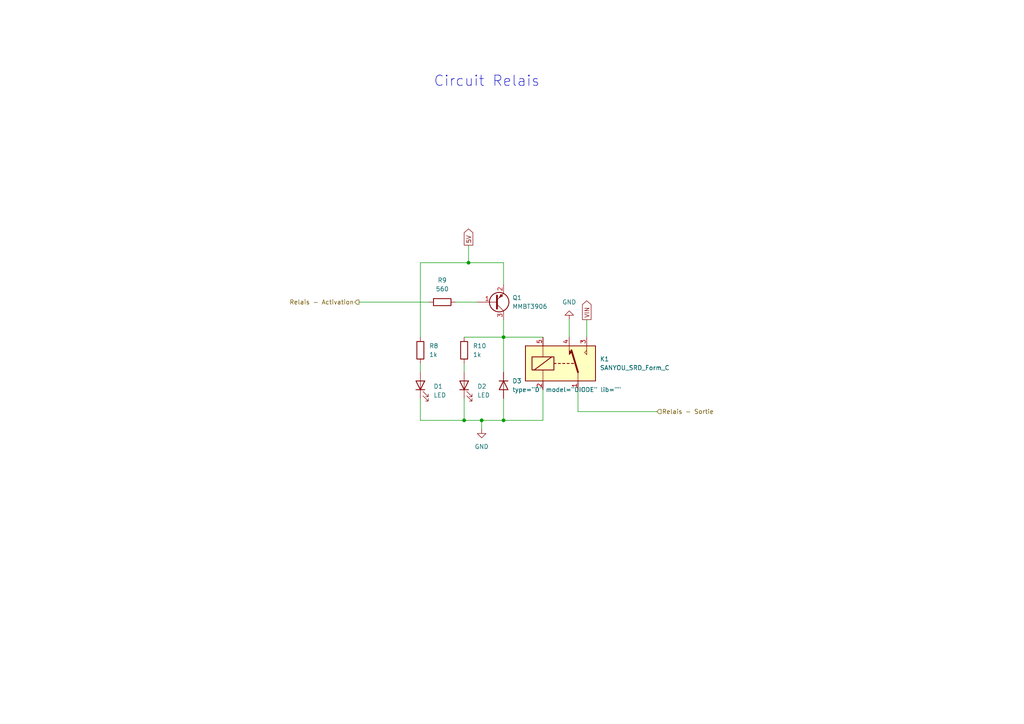
<source format=kicad_sch>
(kicad_sch (version 20211123) (generator eeschema)
  (paper "A4")
  (title_block (title "Circuit Relais") (date "2022-04-11") (rev "1.2") (company "ÉTS - PFE HIVER 2022 - ELE795") (comment 1 "NASRI, Mahan") (comment 2 "CASTILLO-GONSALEZ, Eric") (comment 3 "CAUBEL, Olivier") (comment 4 "LAFRAMBOISE, Alexis"))
  (lib_symbols
    (symbol "Device:LED" (pin_numbers hide) (pin_names (offset 1.016) hide)
      (property "Reference" "D" (at 0 2.54 0))
      (property "Value" "LED" (at 0 -2.54 0))
      (symbol "LED_0_1"
        (polyline (pts (xy -1.27 -1.27) (xy -1.27 1.27)) (stroke (width 0.254)))
        (polyline (pts (xy -1.27 0) (xy 1.27 0)))
        (polyline (pts (xy 1.27 -1.27) (xy 1.27 1.27) (xy -1.27 0) (xy 1.27 -1.27)) (stroke (width 0.254)))
        (polyline (pts (xy -3.048 -0.762) (xy -4.572 -2.286) (xy -3.81 -2.286) (xy -4.572 -2.286) (xy -4.572 -1.524)))
        (polyline (pts (xy -1.778 -0.762) (xy -3.302 -2.286) (xy -2.54 -2.286) (xy -3.302 -2.286) (xy -3.302 -1.524)))
      )
      (symbol "LED_1_1"
        (pin passive line (at -3.81 0 0) (length 2.54) (name "K") (number "1"))
        (pin passive line (at 3.81 0 180) (length 2.54) (name "A") (number "2"))
      )
    )
    (symbol "Device:R" (pin_numbers hide) (pin_names (offset 0))
      (property "Reference" "R" (at 2.032 0 90))
      (property "Value" "R" (at 0 0 90))
      (symbol "R_0_1"
        (rectangle (start -1.016 -2.54) (end 1.016 2.54) (stroke (width 0.254)))
      )
      (symbol "R_1_1"
        (pin passive line (at 0 3.81 270) (length 1.27) (name "~") (number "1"))
        (pin passive line (at 0 -3.81 90) (length 1.27) (name "~") (number "2"))
      )
    )
    (symbol "Relay:SANYOU_SRD_Form_C"
      (property "Reference" "K" (at 11.43 3.81 0))
      (property "Value" "SANYOU_SRD_Form_C" (at 11.43 1.27 0))
      (symbol "SANYOU_SRD_Form_C_0_0"
        (polyline (pts (xy 7.62 5.08) (xy 7.62 2.54) (xy 6.985 3.175) (xy 7.62 3.81)))
      )
      (symbol "SANYOU_SRD_Form_C_0_1"
        (rectangle (start -10.16 5.08) (end 10.16 -5.08) (stroke (width 0.254)) (fill (type background)))
        (rectangle (start -8.255 1.905) (end -1.905 -1.905) (stroke (width 0.254)))
        (polyline (pts (xy -7.62 -1.905) (xy -2.54 1.905)) (stroke (width 0.254)))
        (polyline (pts (xy -5.08 -5.08) (xy -5.08 -1.905)))
        (polyline (pts (xy -5.08 5.08) (xy -5.08 1.905)))
        (polyline (pts (xy -1.905 0) (xy -1.27 0)) (stroke (width 0.254)))
        (polyline (pts (xy -0.635 0) (xy 0 0)) (stroke (width 0.254)))
        (polyline (pts (xy 0.635 0) (xy 1.27 0)) (stroke (width 0.254)))
        (polyline (pts (xy 1.905 0) (xy 2.54 0)) (stroke (width 0.254)))
        (polyline (pts (xy 3.175 0) (xy 3.81 0)) (stroke (width 0.254)))
        (polyline (pts (xy 5.08 -2.54) (xy 3.175 3.81)) (stroke (width 0.508)))
        (polyline (pts (xy 5.08 -2.54) (xy 5.08 -5.08)))
      )
      (symbol "SANYOU_SRD_Form_C_1_1"
        (polyline (pts (xy 2.54 3.81) (xy 3.175 3.175) (xy 2.54 2.54) (xy 2.54 5.08)) (fill (type outline)))
        (pin passive line (at 5.08 -7.62 90) (length 2.54) (name "~") (number "1"))
        (pin passive line (at -5.08 -7.62 90) (length 2.54) (name "~") (number "2"))
        (pin passive line (at 7.62 7.62 270) (length 2.54) (name "~") (number "3"))
        (pin passive line (at 2.54 7.62 270) (length 2.54) (name "~") (number "4"))
        (pin passive line (at -5.08 7.62 270) (length 2.54) (name "~") (number "5"))
      )
    )
    (symbol "Simulation_SPICE:DIODE" (pin_numbers hide) (pin_names (offset 1.016) hide)
      (property "Reference" "D" (at 0 2.54 0))
      (property "Value" "DIODE" (at 0 -2.54 0))
      (symbol "DIODE_0_1"
        (polyline (pts (xy 1.27 0) (xy -1.27 0)))
        (polyline (pts (xy 1.27 1.27) (xy 1.27 -1.27)) (stroke (width 0.254)))
        (polyline (pts (xy -1.27 -1.27) (xy -1.27 1.27) (xy 1.27 0) (xy -1.27 -1.27)) (stroke (width 0.254)))
      )
      (symbol "DIODE_1_1"
        (pin passive line (at -3.81 0 0) (length 2.54) (name "A") (number "1"))
        (pin passive line (at 3.81 0 180) (length 2.54) (name "K") (number "2"))
      )
    )
    (symbol "Transistor_BJT:MMBT3906" (pin_names (offset 0) hide)
      (property "Reference" "Q" (at 5.08 1.905 0))
      (property "Value" "MMBT3906" (at 5.08 0 0))
      (symbol "MMBT3906_0_1"
        (polyline (pts (xy 0.635 0.635) (xy 2.54 2.54)))
        (polyline (pts (xy 0.635 -0.635) (xy 2.54 -2.54) (xy 2.54 -2.54)))
        (polyline (pts (xy 0.635 1.905) (xy 0.635 -1.905) (xy 0.635 -1.905)) (stroke (width 0.508)))
        (polyline (pts (xy 2.286 -1.778) (xy 1.778 -2.286) (xy 1.27 -1.27) (xy 2.286 -1.778) (xy 2.286 -1.778)) (fill (type outline)))
        (circle (center 1.27 0) (radius 2.8194) (stroke (width 0.254)))
      )
      (symbol "MMBT3906_1_1"
        (pin input line (at -5.08 0 0) (length 5.715) (name "B") (number "1"))
        (pin passive line (at 2.54 -5.08 90) (length 2.54) (name "E") (number "2"))
        (pin passive line (at 2.54 5.08 270) (length 2.54) (name "C") (number "3"))
      )
    )
    (symbol "power:GND" (power) (pin_names (offset 0))
      (property "Value" "GND" (at 0 -3.81 0))
      (symbol "GND_0_1"
        (polyline (pts (xy 0 0) (xy 0 -1.27) (xy 1.27 -1.27) (xy 0 -2.54) (xy -1.27 -1.27) (xy 0 -1.27)))
      )
      (symbol "GND_1_1"
        (pin power_in line (at 0 0 270) (length 0) hide (name "GND") (number "1"))
      )
    )
  )
  (junction (at 139.7 121.92))
  (junction (at 134.62 121.92))
  (junction (at 146.05 97.79))
  (junction (at 135.89 76.2))
  (junction (at 146.05 121.92))
  (wire (pts (xy 135.89 76.2) (xy 121.92 76.2)))
  (wire (pts (xy 134.62 121.92) (xy 121.92 121.92)))
  (wire (pts (xy 139.7 121.92) (xy 139.7 124.46)))
  (wire (pts (xy 134.62 121.92) (xy 139.7 121.92)))
  (wire (pts (xy 146.05 121.92) (xy 157.48 121.92)))
  (wire (pts (xy 167.64 119.38) (xy 190.5 119.38)))
  (wire (pts (xy 170.18 97.79) (xy 170.18 92.71)))
  (wire (pts (xy 139.7 121.92) (xy 146.05 121.92)))
  (wire (pts (xy 157.48 113.03) (xy 157.48 121.92)))
  (wire (pts (xy 134.62 97.79) (xy 146.05 97.79)))
  (wire (pts (xy 157.48 97.79) (xy 146.05 97.79)))
  (wire (pts (xy 134.62 115.57) (xy 134.62 121.92)))
  (wire (pts (xy 146.05 82.55) (xy 146.05 76.2)))
  (wire (pts (xy 146.05 76.2) (xy 135.89 76.2)))
  (wire (pts (xy 132.08 87.63) (xy 138.43 87.63)))
  (wire (pts (xy 121.92 105.41) (xy 121.92 107.95)))
  (wire (pts (xy 146.05 97.79) (xy 146.05 107.95)))
  (wire (pts (xy 134.62 105.41) (xy 134.62 107.95)))
  (wire (pts (xy 121.92 76.2) (xy 121.92 97.79)))
  (wire (pts (xy 135.89 71.12) (xy 135.89 76.2)))
  (wire (pts (xy 146.05 97.79) (xy 146.05 92.71)))
  (wire (pts (xy 167.64 113.03) (xy 167.64 119.38)))
  (wire (pts (xy 165.1 92.71) (xy 165.1 97.79)))
  (wire (pts (xy 104.14 87.63) (xy 124.46 87.63)))
  (wire (pts (xy 146.05 115.57) (xy 146.05 121.92)))
  (wire (pts (xy 121.92 115.57) (xy 121.92 121.92)))
  (text "Circuit Relais" (at 125.73 25.4 0) (effects (font (size 3 3)) (justify left bottom)))
  (global_label "VIN" (shape output) (at 170.18 92.71 90) (property "Intersheet References" "${INTERSHEET_REFS}" (effects hide)))
  (global_label "5V" (shape output) (at 135.89 71.12 90) (property "Intersheet References" "${INTERSHEET_REFS}" (effects hide)))
  (hierarchical_label "Relais - Sortie" (shape input) (at 190.5 119.38 0))
  (hierarchical_label "Relais - Activation" (shape output) (at 104.14 87.63 180))
  (symbol (lib_id "power:GND") (at 139.7 124.46 0) (unit 1)
    (property "Reference" "#PWR013" (effects hide))
    (property "Value" "GND" (at 139.7 129.54 0))
  )
  (symbol (lib_id "power:GND") (at 165.1 92.71 180) (unit 1)
    (property "Reference" "#PWR014" (effects hide))
    (property "Value" "GND" (at 165.1 87.63 0))
  )
  (symbol (lib_id "Relay:SANYOU_SRD_Form_C") (at 162.56 105.41 0) (unit 1)
    (property "Reference" "K1" (at 173.99 104.1399 0) (effects (justify left)))
    (property "Value" "SANYOU_SRD_Form_C" (at 173.99 106.6799 0) (effects (justify left)))
    (property "Footprint" "Relay_THT:Relay_SPDT_SANYOU_SRD_Series_Form_C" (effects hide))
    (property "Datasheet" "http://www.sanyourelay.ca/public/products/pdf/SRD.pdf" (effects hide))
  )
  (symbol (lib_id "Simulation_SPICE:DIODE") (at 146.05 111.76 90) (unit 1)
    (property "Reference" "D3" (at 148.59 110.4899 90) (effects (justify right)))
    (property "Value" "DIODE" (at 148.59 113.0299 90) (effects (justify right)))
    (property "Spice_Netlist_Enabled" "Y" (effects hide))
    (property "Spice_Primitive" "D" (effects hide))
  )
  (symbol (lib_id "Device:R") (at 134.62 101.6 0) (unit 1)
    (property "Reference" "R10" (at 137.16 100.3299 0) (effects (justify left)))
    (property "Value" "1k" (at 137.16 102.8699 0) (effects (justify left)))
  )
  (symbol (lib_id "Device:R") (at 121.92 101.6 0) (unit 1)
    (property "Reference" "R8" (at 124.46 100.3299 0) (effects (justify left)))
    (property "Value" "1k" (at 124.46 102.8699 0) (effects (justify left)))
  )
  (symbol (lib_id "Device:LED") (at 134.62 111.76 90) (unit 1)
    (property "Reference" "D2" (at 138.43 112.0774 90) (effects (justify right)))
    (property "Value" "LED" (at 138.43 114.6174 90) (effects (justify right)))
  )
  (symbol (lib_id "Device:LED") (at 121.92 111.76 90) (unit 1)
    (property "Reference" "D1" (at 125.73 112.0774 90) (effects (justify right)))
    (property "Value" "LED" (at 125.73 114.6174 90) (effects (justify right)))
  )
  (symbol (lib_id "Transistor_BJT:MMBT3906") (at 143.51 87.63 0) (mirror x) (unit 1)
    (property "Reference" "Q1" (at 148.59 86.3599 0) (effects (justify left)))
    (property "Value" "MMBT3906" (at 148.59 88.8999 0) (effects (justify left)))
    (property "Footprint" "Package_TO_SOT_SMD:SOT-23" (effects hide))
    (property "Datasheet" "https://www.onsemi.com/pub/Collateral/2N3906-D.PDF" (effects hide))
  )
  (symbol (lib_id "Device:R") (at 128.27 87.63 90) (unit 1)
    (property "Reference" "R9" (at 128.27 81.28 90))
    (property "Value" "560" (at 128.27 83.82 90))
  )
)
</source>
